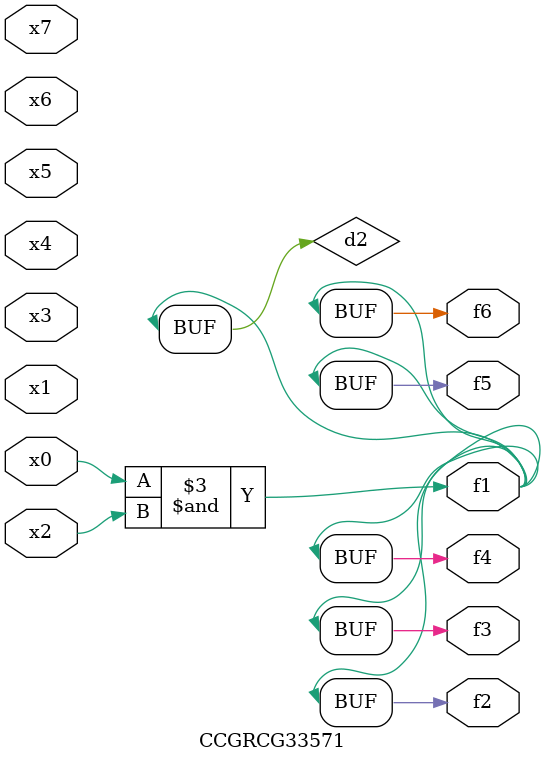
<source format=v>
module CCGRCG33571(
	input x0, x1, x2, x3, x4, x5, x6, x7,
	output f1, f2, f3, f4, f5, f6
);

	wire d1, d2;

	nor (d1, x3, x6);
	and (d2, x0, x2);
	assign f1 = d2;
	assign f2 = d2;
	assign f3 = d2;
	assign f4 = d2;
	assign f5 = d2;
	assign f6 = d2;
endmodule

</source>
